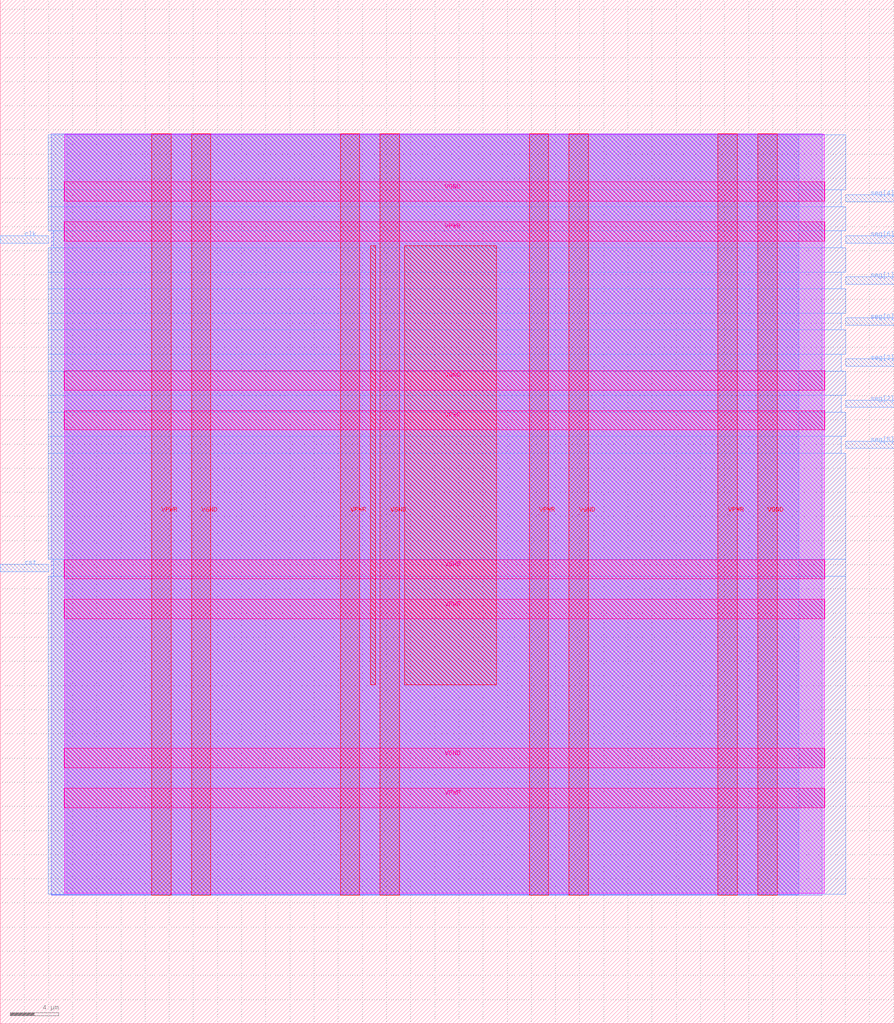
<source format=lef>
VERSION 5.7 ;
  NOWIREEXTENSIONATPIN ON ;
  DIVIDERCHAR "/" ;
  BUSBITCHARS "[]" ;
MACRO ZeroToFiveCounter
  CLASS BLOCK ;
  FOREIGN ZeroToFiveCounter ;
  ORIGIN 0.000 0.000 ;
  SIZE 74.060 BY 84.780 ;
  PIN VGND
    DIRECTION INOUT ;
    USE GROUND ;
    PORT
      LAYER met4 ;
        RECT 15.840 10.640 17.440 73.680 ;
    END
    PORT
      LAYER met4 ;
        RECT 31.480 10.640 33.080 73.680 ;
    END
    PORT
      LAYER met4 ;
        RECT 47.120 10.640 48.720 73.680 ;
    END
    PORT
      LAYER met4 ;
        RECT 62.760 10.640 64.360 73.680 ;
    END
    PORT
      LAYER met5 ;
        RECT 5.280 21.195 68.320 22.795 ;
    END
    PORT
      LAYER met5 ;
        RECT 5.280 36.830 68.320 38.430 ;
    END
    PORT
      LAYER met5 ;
        RECT 5.280 52.465 68.320 54.065 ;
    END
    PORT
      LAYER met5 ;
        RECT 5.280 68.100 68.320 69.700 ;
    END
  END VGND
  PIN VPWR
    DIRECTION INOUT ;
    USE POWER ;
    PORT
      LAYER met4 ;
        RECT 12.540 10.640 14.140 73.680 ;
    END
    PORT
      LAYER met4 ;
        RECT 28.180 10.640 29.780 73.680 ;
    END
    PORT
      LAYER met4 ;
        RECT 43.820 10.640 45.420 73.680 ;
    END
    PORT
      LAYER met4 ;
        RECT 59.460 10.640 61.060 73.680 ;
    END
    PORT
      LAYER met5 ;
        RECT 5.280 17.895 68.320 19.495 ;
    END
    PORT
      LAYER met5 ;
        RECT 5.280 33.530 68.320 35.130 ;
    END
    PORT
      LAYER met5 ;
        RECT 5.280 49.165 68.320 50.765 ;
    END
    PORT
      LAYER met5 ;
        RECT 5.280 64.800 68.320 66.400 ;
    END
  END VPWR
  PIN clk
    DIRECTION INPUT ;
    USE SIGNAL ;
    ANTENNAGATEAREA 0.852000 ;
    PORT
      LAYER met3 ;
        RECT 0.000 64.640 4.000 65.240 ;
    END
  END clk
  PIN rst
    DIRECTION INPUT ;
    USE SIGNAL ;
    ANTENNAGATEAREA 0.196500 ;
    PORT
      LAYER met3 ;
        RECT 0.000 37.440 4.000 38.040 ;
    END
  END rst
  PIN seg[0]
    DIRECTION OUTPUT ;
    USE SIGNAL ;
    ANTENNADIFFAREA 0.445500 ;
    PORT
      LAYER met3 ;
        RECT 70.060 57.840 74.060 58.440 ;
    END
  END seg[0]
  PIN seg[1]
    DIRECTION OUTPUT ;
    USE SIGNAL ;
    ANTENNADIFFAREA 0.445500 ;
    PORT
      LAYER met3 ;
        RECT 70.060 61.240 74.060 61.840 ;
    END
  END seg[1]
  PIN seg[2]
    DIRECTION OUTPUT ;
    USE SIGNAL ;
    ANTENNADIFFAREA 0.445500 ;
    PORT
      LAYER met3 ;
        RECT 70.060 51.040 74.060 51.640 ;
    END
  END seg[2]
  PIN seg[3]
    DIRECTION OUTPUT ;
    USE SIGNAL ;
    ANTENNADIFFAREA 0.445500 ;
    PORT
      LAYER met3 ;
        RECT 70.060 54.440 74.060 55.040 ;
    END
  END seg[3]
  PIN seg[4]
    DIRECTION OUTPUT ;
    USE SIGNAL ;
    ANTENNADIFFAREA 0.445500 ;
    PORT
      LAYER met3 ;
        RECT 70.060 68.040 74.060 68.640 ;
    END
  END seg[4]
  PIN seg[5]
    DIRECTION OUTPUT ;
    USE SIGNAL ;
    ANTENNADIFFAREA 0.445500 ;
    PORT
      LAYER met3 ;
        RECT 70.060 47.640 74.060 48.240 ;
    END
  END seg[5]
  PIN seg[6]
    DIRECTION OUTPUT ;
    USE SIGNAL ;
    ANTENNADIFFAREA 0.445500 ;
    PORT
      LAYER met3 ;
        RECT 70.060 64.640 74.060 65.240 ;
    END
  END seg[6]
  OBS
      LAYER nwell ;
        RECT 5.330 10.795 68.270 73.630 ;
      LAYER li1 ;
        RECT 5.520 10.795 68.080 73.525 ;
      LAYER met1 ;
        RECT 4.210 10.640 68.080 73.680 ;
      LAYER met2 ;
        RECT 4.230 10.695 66.150 73.625 ;
      LAYER met3 ;
        RECT 3.990 69.040 70.060 73.605 ;
        RECT 3.990 67.640 69.660 69.040 ;
        RECT 3.990 65.640 70.060 67.640 ;
        RECT 4.400 64.240 69.660 65.640 ;
        RECT 3.990 62.240 70.060 64.240 ;
        RECT 3.990 60.840 69.660 62.240 ;
        RECT 3.990 58.840 70.060 60.840 ;
        RECT 3.990 57.440 69.660 58.840 ;
        RECT 3.990 55.440 70.060 57.440 ;
        RECT 3.990 54.040 69.660 55.440 ;
        RECT 3.990 52.040 70.060 54.040 ;
        RECT 3.990 50.640 69.660 52.040 ;
        RECT 3.990 48.640 70.060 50.640 ;
        RECT 3.990 47.240 69.660 48.640 ;
        RECT 3.990 38.440 70.060 47.240 ;
        RECT 4.400 37.040 70.060 38.440 ;
        RECT 3.990 10.715 70.060 37.040 ;
      LAYER met4 ;
        RECT 30.655 28.055 31.080 64.425 ;
        RECT 33.480 28.055 41.105 64.425 ;
  END
END ZeroToFiveCounter
END LIBRARY


</source>
